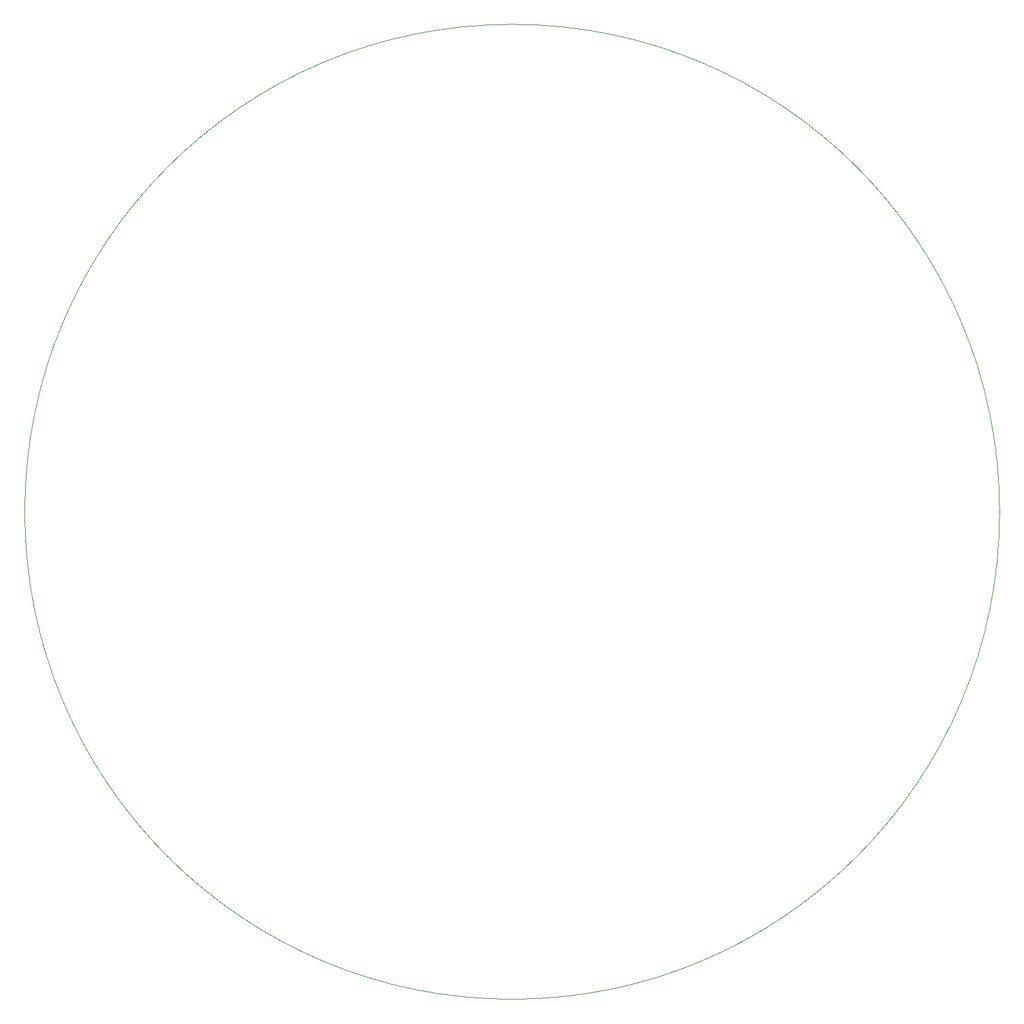
<source format=gm1>
G04 #@! TF.GenerationSoftware,KiCad,Pcbnew,(6.0.5)*
G04 #@! TF.CreationDate,2022-05-29T13:56:34+02:00*
G04 #@! TF.ProjectId,Jogurtownica,4a6f6775-7274-46f7-976e-6963612e6b69,rev?*
G04 #@! TF.SameCoordinates,Original*
G04 #@! TF.FileFunction,Profile,NP*
%FSLAX45Y45*%
G04 Gerber Fmt 4.5, Leading zero omitted, Abs format (unit mm)*
G04 Created by KiCad (PCBNEW (6.0.5)) date 2022-05-29 13:56:34*
%MOMM*%
%LPD*%
G01*
G04 APERTURE LIST*
G04 #@! TA.AperFunction,Profile*
%ADD10C,0.100000*%
G04 #@! TD*
G04 APERTURE END LIST*
D10*
X16400000Y-10000000D02*
G75*
G03*
X16400000Y-10000000I-6400000J0D01*
G01*
M02*

</source>
